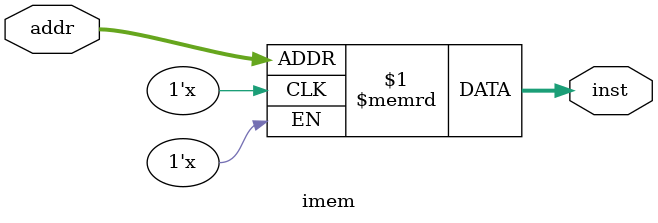
<source format=sv>
`timescale 1ns / 1ps

module imem #(
    parameter IMEM_DEPTH = 4
)(
    input logic [$clog2(IMEM_DEPTH) - 1: 0]addr,
    output logic [7:0] inst
);

    // instruction memory 
    logic [7:0] imem [ 0 : IMEM_DEPTH];


    
    // initialize instruction memory 
//    initial $readmemb("/home/it/Documents/cx-204/labs/lab01/task1/support_files/fib_im.mem",imem);

//    $readmemb("address/file_name",imem);

    // read inst combinatinally ( continous assignment)
    assign inst = imem[addr];




endmodule : imem    
</source>
